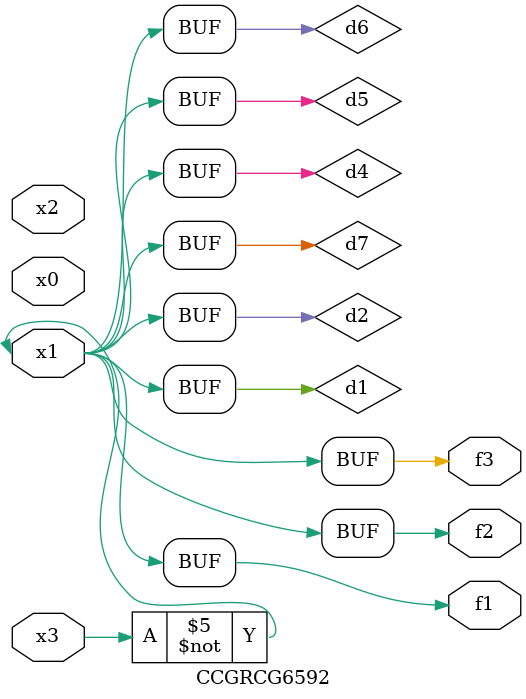
<source format=v>
module CCGRCG6592(
	input x0, x1, x2, x3,
	output f1, f2, f3
);

	wire d1, d2, d3, d4, d5, d6, d7;

	not (d1, x3);
	buf (d2, x1);
	xnor (d3, d1, d2);
	nor (d4, d1);
	buf (d5, d1, d2);
	buf (d6, d4, d5);
	nand (d7, d4);
	assign f1 = d6;
	assign f2 = d7;
	assign f3 = d6;
endmodule

</source>
